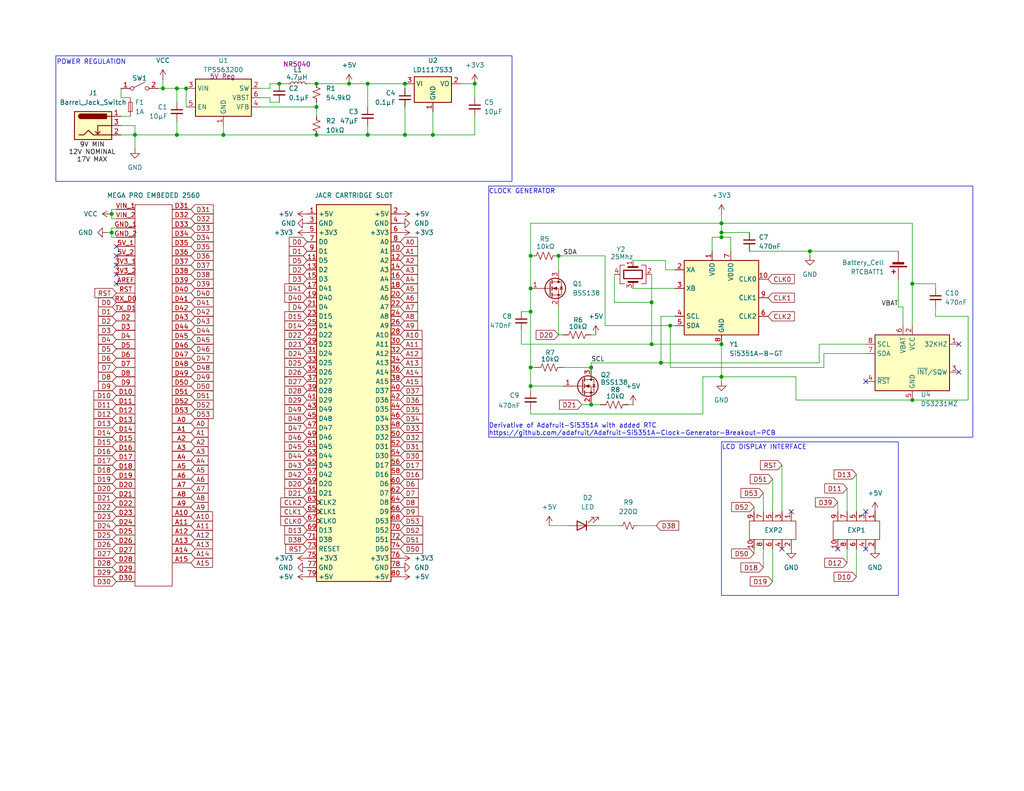
<source format=kicad_sch>
(kicad_sch (version 20250114) (generator "eeschema") (generator_version "9.0")
  (paper "USLetter")
  (title_block (title "Just Another Cartridge Reader") (rev "1") (company "Diplomatic Entertainment, LLC.") (comment 1 "Creative Commons Attribution 4.0 International license (CC BY 4.0)") (comment 2 " -- https://github.com/sanni/cartreader") (comment 3 "This work is a derivative of the Open Source Cartridge Reader"))
  (rectangle (start 133.35 50.8) (end 265.43 119.38))
  (rectangle (start 196.85 120.65) (end 245.11 162.56))
  (rectangle (start 15.24 15.24) (end 139.7 49.53))
  (text "Derivative of Adafruit-Si5351A with added RTC\nhttps://github.com/adafruit/Adafruit-Si5351A-Clock-Generator-Breakout-PCB\n" (at 133.35 117.348 0) (effects (font (size 1.27 1.27)) (justify left)))
  (text "CLOCK GENERATOR\n" (at 133.35 52.324 0) (effects (font (size 1.27 1.27)) (justify left)))
  (text "9V MIN\n12V NOMINAL\n17V MAX" (at 25.146 41.656 0) (effects (font (size 1.27 1.27))))
  (text "LCD DISPLAY INTERFACE" (at 208.534 122.174 0) (effects (font (size 1.27 1.27))))
  (text "POWER REGULATION" (at 24.892 17.018 0) (effects (font (size 1.27 1.27))))
  (junction (at 95.25 22.86))
  (junction (at 50.8 24.13))
  (junction (at 144.78 69.85))
  (junction (at 196.85 60.96))
  (junction (at 182.88 88.9))
  (junction (at 177.8 93.98))
  (junction (at 144.78 85.09))
  (junction (at 48.26 36.83))
  (junction (at 144.78 100.33))
  (junction (at 196.85 64.77))
  (junction (at 196.85 102.87))
  (junction (at 100.33 36.83))
  (junction (at 129.54 22.86))
  (junction (at 48.26 24.13))
  (junction (at 86.36 36.83))
  (junction (at 60.96 36.83))
  (junction (at 86.36 29.21))
  (junction (at 196.85 63.5))
  (junction (at 110.49 36.83))
  (junction (at 161.29 110.49))
  (junction (at 180.34 99.06))
  (junction (at 152.4 69.85))
  (junction (at 86.36 22.86))
  (junction (at 118.11 36.83))
  (junction (at 44.45 24.13))
  (junction (at 196.85 93.98))
  (junction (at 248.92 109.22))
  (junction (at 177.8 82.55))
  (junction (at 36.83 36.83))
  (junction (at 161.29 100.33))
  (junction (at 30.48 63.5))
  (junction (at 100.33 22.86))
  (junction (at 248.92 77.47))
  (junction (at 220.98 68.58))
  (junction (at 110.49 22.86))
  (junction (at 30.48 58.42))
  (junction (at 76.2 22.86))
  (junction (at 144.78 78.74))
  (junction (at 144.78 105.41))
  (no_connect (at 31.75 67.31))
  (no_connect (at 31.75 69.85))
  (no_connect (at 31.75 77.47))
  (no_connect (at 228.6 149.86))
  (no_connect (at 213.36 149.86))
  (no_connect (at 236.22 149.86))
  (no_connect (at 215.9 139.7))
  (no_connect (at 31.75 74.93))
  (no_connect (at 236.22 139.7))
  (no_connect (at 261.62 101.6))
  (no_connect (at 261.62 93.98))
  (no_connect (at 236.22 104.14))
  (no_connect (at 31.75 72.39))
  (wire (pts (xy 144.78 100.33) (xy 144.78 105.41)))
  (wire (pts (xy 158.75 110.49) (xy 161.29 110.49)))
  (wire (pts (xy 196.85 64.77) (xy 199.39 64.77)))
  (wire (pts (xy 30.48 58.42) (xy 30.48 59.69)))
  (wire (pts (xy 86.36 36.83) (xy 60.96 36.83)))
  (wire (pts (xy 196.85 102.87) (xy 217.17 102.87)))
  (wire (pts (xy 100.33 36.83) (xy 110.49 36.83)))
  (wire (pts (xy 71.12 29.21) (xy 86.36 29.21)))
  (wire (pts (xy 171.45 110.49) (xy 172.72 110.49)))
  (wire (pts (xy 196.85 64.77) (xy 194.31 64.77)))
  (wire (pts (xy 224.79 100.33) (xy 224.79 96.52)))
  (wire (pts (xy 196.85 60.96) (xy 196.85 63.5)))
  (wire (pts (xy 36.83 34.29) (xy 36.83 36.83)))
  (wire (pts (xy 50.8 24.13) (xy 50.8 29.21)))
  (wire (pts (xy 161.29 110.49) (xy 163.83 110.49)))
  (wire (pts (xy 177.8 93.98) (xy 196.85 93.98)))
  (wire (pts (xy 213.36 127) (xy 213.36 139.7)))
  (wire (pts (xy 255.27 77.47) (xy 255.27 78.74)))
  (wire (pts (xy 30.48 57.15) (xy 31.75 57.15)))
  (wire (pts (xy 245.11 68.58) (xy 220.98 68.58)))
  (wire (pts (xy 208.28 134.62) (xy 208.28 139.7)))
  (wire (pts (xy 36.83 36.83) (xy 33.02 36.83)))
  (wire (pts (xy 208.28 149.86) (xy 208.28 154.94)))
  (wire (pts (xy 233.68 129.54) (xy 233.68 139.7)))
  (wire (pts (xy 144.78 60.96) (xy 196.85 60.96)))
  (wire (pts (xy 167.64 74.93) (xy 167.64 82.55)))
  (wire (pts (xy 129.54 31.75) (xy 129.54 36.83)))
  (wire (pts (xy 95.25 22.86) (xy 100.33 22.86)))
  (wire (pts (xy 196.85 63.5) (xy 204.47 63.5)))
  (wire (pts (xy 224.79 96.52) (xy 236.22 96.52)))
  (wire (pts (xy 191.77 113.03) (xy 191.77 102.87)))
  (wire (pts (xy 223.52 99.06) (xy 223.52 93.98)))
  (wire (pts (xy 144.78 85.09) (xy 144.78 100.33)))
  (wire (pts (xy 73.66 22.86) (xy 73.66 24.13)))
  (wire (pts (xy 76.2 22.86) (xy 78.74 22.86)))
  (wire (pts (xy 33.02 31.75) (xy 35.56 31.75)))
  (wire (pts (xy 165.1 69.85) (xy 165.1 88.9)))
  (wire (pts (xy 76.2 22.86) (xy 73.66 22.86)))
  (wire (pts (xy 196.85 60.96) (xy 248.92 60.96)))
  (wire (pts (xy 196.85 58.42) (xy 196.85 60.96)))
  (wire (pts (xy 204.47 68.58) (xy 220.98 68.58)))
  (wire (pts (xy 165.1 88.9) (xy 182.88 88.9)))
  (wire (pts (xy 196.85 102.87) (xy 196.85 104.14)))
  (wire (pts (xy 233.68 149.86) (xy 233.68 157.48)))
  (wire (pts (xy 118.11 30.48) (xy 118.11 36.83)))
  (wire (pts (xy 48.26 27.94) (xy 48.26 24.13)))
  (wire (pts (xy 205.74 138.43) (xy 205.74 139.7)))
  (wire (pts (xy 264.16 109.22) (xy 248.92 109.22)))
  (wire (pts (xy 100.33 22.86) (xy 110.49 22.86)))
  (wire (pts (xy 144.78 78.74) (xy 144.78 85.09)))
  (wire (pts (xy 182.88 88.9) (xy 182.88 100.33)))
  (wire (pts (xy 60.96 34.29) (xy 60.96 36.83)))
  (wire (pts (xy 86.36 22.86) (xy 95.25 22.86)))
  (wire (pts (xy 44.45 24.13) (xy 48.26 24.13)))
  (wire (pts (xy 173.99 143.51) (xy 179.07 143.51)))
  (wire (pts (xy 161.29 91.44) (xy 162.56 91.44)))
  (wire (pts (xy 83.82 22.86) (xy 86.36 22.86)))
  (wire (pts (xy 194.31 64.77) (xy 194.31 68.58)))
  (wire (pts (xy 246.38 83.82) (xy 246.38 88.9)))
  (wire (pts (xy 152.4 69.85) (xy 165.1 69.85)))
  (wire (pts (xy 30.48 63.5) (xy 30.48 64.77)))
  (wire (pts (xy 110.49 36.83) (xy 110.49 29.21)))
  (wire (pts (xy 248.92 60.96) (xy 248.92 77.47)))
  (wire (pts (xy 110.49 22.86) (xy 110.49 24.13)))
  (wire (pts (xy 172.72 71.12) (xy 181.61 71.12)))
  (wire (pts (xy 177.8 82.55) (xy 177.8 93.98)))
  (wire (pts (xy 248.92 77.47) (xy 248.92 88.9)))
  (wire (pts (xy 196.85 63.5) (xy 196.85 64.77)))
  (wire (pts (xy 228.6 137.16) (xy 228.6 139.7)))
  (wire (pts (xy 180.34 86.36) (xy 180.34 99.06)))
  (wire (pts (xy 153.67 100.33) (xy 161.29 100.33)))
  (wire (pts (xy 30.48 63.5) (xy 30.48 62.23)))
  (wire (pts (xy 36.83 36.83) (xy 36.83 40.64)))
  (wire (pts (xy 129.54 22.86) (xy 129.54 26.67)))
  (wire (pts (xy 36.83 36.83) (xy 48.26 36.83)))
  (wire (pts (xy 180.34 99.06) (xy 223.52 99.06)))
  (wire (pts (xy 217.17 109.22) (xy 248.92 109.22)))
  (wire (pts (xy 152.4 91.44) (xy 153.67 91.44)))
  (wire (pts (xy 33.02 26.67) (xy 35.56 26.67)))
  (wire (pts (xy 162.56 143.51) (xy 168.91 143.51)))
  (wire (pts (xy 100.33 34.29) (xy 100.33 36.83)))
  (wire (pts (xy 43.18 24.13) (xy 44.45 24.13)))
  (wire (pts (xy 205.74 149.86) (xy 205.74 151.13)))
  (wire (pts (xy 152.4 69.85) (xy 152.4 73.66)))
  (wire (pts (xy 255.27 86.36) (xy 264.16 86.36)))
  (wire (pts (xy 149.86 143.51) (xy 154.94 143.51)))
  (wire (pts (xy 144.78 105.41) (xy 144.78 106.68)))
  (wire (pts (xy 86.36 27.94) (xy 86.36 29.21)))
  (wire (pts (xy 220.98 68.58) (xy 220.98 69.85)))
  (wire (pts (xy 217.17 102.87) (xy 217.17 109.22)))
  (wire (pts (xy 223.52 93.98) (xy 236.22 93.98)))
  (wire (pts (xy 144.78 113.03) (xy 144.78 111.76)))
  (wire (pts (xy 48.26 24.13) (xy 50.8 24.13)))
  (wire (pts (xy 231.14 133.35) (xy 231.14 139.7)))
  (wire (pts (xy 196.85 93.98) (xy 196.85 102.87)))
  (wire (pts (xy 182.88 100.33) (xy 224.79 100.33)))
  (wire (pts (xy 180.34 86.36) (xy 184.15 86.36)))
  (wire (pts (xy 181.61 71.12) (xy 181.61 73.66)))
  (wire (pts (xy 30.48 58.42) (xy 30.48 57.15)))
  (wire (pts (xy 199.39 64.77) (xy 199.39 68.58)))
  (wire (pts (xy 48.26 33.02) (xy 48.26 36.83)))
  (wire (pts (xy 73.66 26.67) (xy 71.12 26.67)))
  (wire (pts (xy 142.24 85.09) (xy 144.78 85.09)))
  (wire (pts (xy 177.8 74.93) (xy 177.8 82.55)))
  (wire (pts (xy 100.33 22.86) (xy 100.33 29.21)))
  (wire (pts (xy 182.88 88.9) (xy 184.15 88.9)))
  (wire (pts (xy 73.66 27.94) (xy 73.66 26.67)))
  (wire (pts (xy 144.78 60.96) (xy 144.78 69.85)))
  (wire (pts (xy 29.21 63.5) (xy 30.48 63.5)))
  (wire (pts (xy 255.27 83.82) (xy 255.27 86.36)))
  (wire (pts (xy 73.66 27.94) (xy 76.2 27.94)))
  (wire (pts (xy 144.78 105.41) (xy 153.67 105.41)))
  (wire (pts (xy 30.48 62.23) (xy 31.75 62.23)))
  (wire (pts (xy 245.11 76.2) (xy 245.11 83.82)))
  (wire (pts (xy 144.78 69.85) (xy 144.78 78.74)))
  (wire (pts (xy 30.48 64.77) (xy 31.75 64.77)))
  (wire (pts (xy 30.48 59.69) (xy 31.75 59.69)))
  (wire (pts (xy 144.78 113.03) (xy 191.77 113.03)))
  (wire (pts (xy 33.02 26.67) (xy 33.02 24.13)))
  (wire (pts (xy 152.4 91.44) (xy 152.4 83.82)))
  (wire (pts (xy 118.11 36.83) (xy 110.49 36.83)))
  (wire (pts (xy 86.36 29.21) (xy 86.36 31.75)))
  (wire (pts (xy 248.92 77.47) (xy 255.27 77.47)))
  (wire (pts (xy 167.64 82.55) (xy 177.8 82.55)))
  (wire (pts (xy 245.11 83.82) (xy 246.38 83.82)))
  (wire (pts (xy 231.14 149.86) (xy 231.14 153.67)))
  (wire (pts (xy 264.16 86.36) (xy 264.16 109.22)))
  (wire (pts (xy 73.66 24.13) (xy 71.12 24.13)))
  (wire (pts (xy 48.26 36.83) (xy 60.96 36.83)))
  (wire (pts (xy 142.24 93.98) (xy 177.8 93.98)))
  (wire (pts (xy 210.82 149.86) (xy 210.82 158.75)))
  (wire (pts (xy 125.73 22.86) (xy 129.54 22.86)))
  (wire (pts (xy 210.82 130.81) (xy 210.82 139.7)))
  (wire (pts (xy 161.29 99.06) (xy 161.29 100.33)))
  (wire (pts (xy 44.45 21.59) (xy 44.45 24.13)))
  (wire (pts (xy 86.36 36.83) (xy 100.33 36.83)))
  (wire (pts (xy 181.61 73.66) (xy 184.15 73.66)))
  (wire (pts (xy 129.54 36.83) (xy 118.11 36.83)))
  (wire (pts (xy 191.77 102.87) (xy 196.85 102.87)))
  (wire (pts (xy 142.24 90.17) (xy 142.24 93.98)))
  (wire (pts (xy 36.83 34.29) (xy 33.02 34.29)))
  (wire (pts (xy 172.72 78.74) (xy 184.15 78.74)))
  (wire (pts (xy 144.78 100.33) (xy 146.05 100.33)))
  (wire (pts (xy 161.29 99.06) (xy 180.34 99.06)))
  (label "VBAT" (at 245.11 83.82 180))
  (label "SCL" (at 161.29 99.06 0))
  (label "SDA" (at 153.67 69.85 0))
  (global_label "D38" (shape input) (at 83.82 147.32 180) (property "Intersheetrefs" "${INTERSHEET_REFS}" (effects (hide yes))))
  (global_label "D30" (shape input) (at 31.75 158.75 180) (property "Intersheetrefs" "${INTERSHEET_REFS}" (effects (hide yes))))
  (global_label "D11" (shape input) (at 31.75 110.49 180) (property "Intersheetrefs" "${INTERSHEET_REFS}" (effects (hide yes))))
  (global_label "D41" (shape input) (at 52.07 82.55 0) (property "Intersheetrefs" "${INTERSHEET_REFS}" (effects (hide yes))))
  (global_label "D25" (shape input) (at 83.82 99.06 180) (property "Intersheetrefs" "${INTERSHEET_REFS}" (effects (hide yes))))
  (global_label "D3" (shape input) (at 31.75 90.17 180) (property "Intersheetrefs" "${INTERSHEET_REFS}" (effects (hide yes))))
  (global_label "RST" (shape input) (at 31.75 80.01 180) (property "Intersheetrefs" "${INTERSHEET_REFS}" (effects (hide yes))))
  (global_label "D44" (shape input) (at 83.82 124.46 180) (property "Intersheetrefs" "${INTERSHEET_REFS}" (effects (hide yes))))
  (global_label "D47" (shape input) (at 52.07 97.79 0) (property "Intersheetrefs" "${INTERSHEET_REFS}" (effects (hide yes))))
  (global_label "D8" (shape input) (at 109.22 137.16 0) (property "Intersheetrefs" "${INTERSHEET_REFS}" (effects (hide yes))))
  (global_label "D49" (shape input) (at 52.07 102.87 0) (property "Intersheetrefs" "${INTERSHEET_REFS}" (effects (hide yes))))
  (global_label "A13" (shape input) (at 109.22 99.06 0) (property "Intersheetrefs" "${INTERSHEET_REFS}" (effects (hide yes))))
  (global_label "A15" (shape input) (at 52.07 153.67 0) (property "Intersheetrefs" "${INTERSHEET_REFS}" (effects (hide yes))))
  (global_label "CLK0" (shape input) (at 209.55 76.2 0) (property "Intersheetrefs" "${INTERSHEET_REFS}" (effects (hide yes))))
  (global_label "D0" (shape input) (at 83.82 66.04 180) (property "Intersheetrefs" "${INTERSHEET_REFS}" (effects (hide yes))))
  (global_label "A10" (shape input) (at 109.22 91.44 0) (property "Intersheetrefs" "${INTERSHEET_REFS}" (effects (hide yes))))
  (global_label "D23" (shape input) (at 31.75 140.97 180) (property "Intersheetrefs" "${INTERSHEET_REFS}" (effects (hide yes))))
  (global_label "D39" (shape input) (at 228.6 137.16 180) (property "Intersheetrefs" "${INTERSHEET_REFS}" (effects (hide yes))))
  (global_label "D20" (shape input) (at 83.82 132.08 180) (property "Intersheetrefs" "${INTERSHEET_REFS}" (effects (hide yes))))
  (global_label "D10" (shape input) (at 233.68 157.48 180) (property "Intersheetrefs" "${INTERSHEET_REFS}" (effects (hide yes))))
  (global_label "A13" (shape input) (at 52.07 148.59 0) (property "Intersheetrefs" "${INTERSHEET_REFS}" (effects (hide yes))))
  (global_label "A4" (shape input) (at 109.22 76.2 0) (property "Intersheetrefs" "${INTERSHEET_REFS}" (effects (hide yes))))
  (global_label "D43" (shape input) (at 83.82 127 180) (property "Intersheetrefs" "${INTERSHEET_REFS}" (effects (hide yes))))
  (global_label "D34" (shape input) (at 109.22 114.3 0) (property "Intersheetrefs" "${INTERSHEET_REFS}" (effects (hide yes))))
  (global_label "A7" (shape input) (at 52.07 133.35 0) (property "Intersheetrefs" "${INTERSHEET_REFS}" (effects (hide yes))))
  (global_label "D36" (shape input) (at 109.22 109.22 0) (property "Intersheetrefs" "${INTERSHEET_REFS}" (effects (hide yes))))
  (global_label "D48" (shape input) (at 83.82 114.3 180) (property "Intersheetrefs" "${INTERSHEET_REFS}" (effects (hide yes))))
  (global_label "D51" (shape input) (at 52.07 107.95 0) (property "Intersheetrefs" "${INTERSHEET_REFS}" (effects (hide yes))))
  (global_label "CLK2" (shape input) (at 83.82 137.16 180) (property "Intersheetrefs" "${INTERSHEET_REFS}" (effects (hide yes))))
  (global_label "D46" (shape input) (at 52.07 95.25 0) (property "Intersheetrefs" "${INTERSHEET_REFS}" (effects (hide yes))))
  (global_label "D1" (shape input) (at 83.82 68.58 180) (property "Intersheetrefs" "${INTERSHEET_REFS}" (effects (hide yes))))
  (global_label "D33" (shape input) (at 109.22 116.84 0) (property "Intersheetrefs" "${INTERSHEET_REFS}" (effects (hide yes))))
  (global_label "A2" (shape input) (at 52.07 120.65 0) (property "Intersheetrefs" "${INTERSHEET_REFS}" (effects (hide yes))))
  (global_label "D41" (shape input) (at 83.82 78.74 180) (property "Intersheetrefs" "${INTERSHEET_REFS}" (effects (hide yes))))
  (global_label "D11" (shape input) (at 231.14 133.35 180) (property "Intersheetrefs" "${INTERSHEET_REFS}" (effects (hide yes))))
  (global_label "D7" (shape input) (at 31.75 100.33 180) (property "Intersheetrefs" "${INTERSHEET_REFS}" (effects (hide yes))))
  (global_label "A4" (shape input) (at 52.07 125.73 0) (property "Intersheetrefs" "${INTERSHEET_REFS}" (effects (hide yes))))
  (global_label "CLK2" (shape input) (at 209.55 86.36 0) (property "Intersheetrefs" "${INTERSHEET_REFS}" (effects (hide yes))))
  (global_label "D34" (shape input) (at 52.07 64.77 0) (property "Intersheetrefs" "${INTERSHEET_REFS}" (effects (hide yes))))
  (global_label "D37" (shape input) (at 109.22 106.68 0) (property "Intersheetrefs" "${INTERSHEET_REFS}" (effects (hide yes))))
  (global_label "D42" (shape input) (at 52.07 85.09 0) (property "Intersheetrefs" "${INTERSHEET_REFS}" (effects (hide yes))))
  (global_label "D31" (shape input) (at 109.22 121.92 0) (property "Intersheetrefs" "${INTERSHEET_REFS}" (effects (hide yes))))
  (global_label "D1" (shape input) (at 31.75 85.09 180) (property "Intersheetrefs" "${INTERSHEET_REFS}" (effects (hide yes))))
  (global_label "A1" (shape input) (at 109.22 68.58 0) (property "Intersheetrefs" "${INTERSHEET_REFS}" (effects (hide yes))))
  (global_label "D42" (shape input) (at 83.82 129.54 180) (property "Intersheetrefs" "${INTERSHEET_REFS}" (effects (hide yes))))
  (global_label "D15" (shape input) (at 83.82 86.36 180) (property "Intersheetrefs" "${INTERSHEET_REFS}" (effects (hide yes))))
  (global_label "D13" (shape input) (at 31.75 115.57 180) (property "Intersheetrefs" "${INTERSHEET_REFS}" (effects (hide yes))))
  (global_label "D17" (shape input) (at 109.22 127 0) (property "Intersheetrefs" "${INTERSHEET_REFS}" (effects (hide yes))))
  (global_label "D18" (shape input) (at 31.75 128.27 180) (property "Intersheetrefs" "${INTERSHEET_REFS}" (effects (hide yes))))
  (global_label "D26" (shape input) (at 31.75 148.59 180) (property "Intersheetrefs" "${INTERSHEET_REFS}" (effects (hide yes))))
  (global_label "D22" (shape input) (at 31.75 138.43 180) (property "Intersheetrefs" "${INTERSHEET_REFS}" (effects (hide yes))))
  (global_label "A9" (shape input) (at 109.22 88.9 0) (property "Intersheetrefs" "${INTERSHEET_REFS}" (effects (hide yes))))
  (global_label "D40" (shape input) (at 52.07 80.01 0) (property "Intersheetrefs" "${INTERSHEET_REFS}" (effects (hide yes))))
  (global_label "D8" (shape input) (at 31.75 102.87 180) (property "Intersheetrefs" "${INTERSHEET_REFS}" (effects (hide yes))))
  (global_label "A9" (shape input) (at 52.07 138.43 0) (property "Intersheetrefs" "${INTERSHEET_REFS}" (effects (hide yes))))
  (global_label "A2" (shape input) (at 109.22 71.12 0) (property "Intersheetrefs" "${INTERSHEET_REFS}" (effects (hide yes))))
  (global_label "A5" (shape input) (at 52.07 128.27 0) (property "Intersheetrefs" "${INTERSHEET_REFS}" (effects (hide yes))))
  (global_label "D52" (shape input) (at 109.22 144.78 0) (property "Intersheetrefs" "${INTERSHEET_REFS}" (effects (hide yes))))
  (global_label "D5" (shape input) (at 31.75 95.25 180) (property "Intersheetrefs" "${INTERSHEET_REFS}" (effects (hide yes))))
  (global_label "D6" (shape input) (at 31.75 97.79 180) (property "Intersheetrefs" "${INTERSHEET_REFS}" (effects (hide yes))))
  (global_label "D14" (shape input) (at 31.75 118.11 180) (property "Intersheetrefs" "${INTERSHEET_REFS}" (effects (hide yes))))
  (global_label "D0" (shape input) (at 31.75 82.55 180) (property "Intersheetrefs" "${INTERSHEET_REFS}" (effects (hide yes))))
  (global_label "D53" (shape input) (at 109.22 142.24 0) (property "Intersheetrefs" "${INTERSHEET_REFS}" (effects (hide yes))))
  (global_label "D25" (shape input) (at 31.75 146.05 180) (property "Intersheetrefs" "${INTERSHEET_REFS}" (effects (hide yes))))
  (global_label "A0" (shape input) (at 52.07 115.57 0) (property "Intersheetrefs" "${INTERSHEET_REFS}" (effects (hide yes))))
  (global_label "A11" (shape input) (at 52.07 143.51 0) (property "Intersheetrefs" "${INTERSHEET_REFS}" (effects (hide yes))))
  (global_label "D45" (shape input) (at 83.82 121.92 180) (property "Intersheetrefs" "${INTERSHEET_REFS}" (effects (hide yes))))
  (global_label "D50" (shape input) (at 52.07 105.41 0) (property "Intersheetrefs" "${INTERSHEET_REFS}" (effects (hide yes))))
  (global_label "RST" (shape input) (at 213.36 127 180) (property "Intersheetrefs" "${INTERSHEET_REFS}" (effects (hide yes))))
  (global_label "D32" (shape input) (at 109.22 119.38 0) (property "Intersheetrefs" "${INTERSHEET_REFS}" (effects (hide yes))))
  (global_label "D12" (shape input) (at 231.14 153.67 180) (property "Intersheetrefs" "${INTERSHEET_REFS}" (effects (hide yes))))
  (global_label "D19" (shape input) (at 210.82 158.75 180) (property "Intersheetrefs" "${INTERSHEET_REFS}" (effects (hide yes))))
  (global_label "D24" (shape input) (at 31.75 143.51 180) (property "Intersheetrefs" "${INTERSHEET_REFS}" (effects (hide yes))))
  (global_label "D35" (shape input) (at 52.07 67.31 0) (property "Intersheetrefs" "${INTERSHEET_REFS}" (effects (hide yes))))
  (global_label "A1" (shape input) (at 52.07 118.11 0) (property "Intersheetrefs" "${INTERSHEET_REFS}" (effects (hide yes))))
  (global_label "D15" (shape input) (at 31.75 120.65 180) (property "Intersheetrefs" "${INTERSHEET_REFS}" (effects (hide yes))))
  (global_label "D46" (shape input) (at 83.82 119.38 180) (property "Intersheetrefs" "${INTERSHEET_REFS}" (effects (hide yes))))
  (global_label "D22" (shape input) (at 83.82 91.44 180) (property "Intersheetrefs" "${INTERSHEET_REFS}" (effects (hide yes))))
  (global_label "D4" (shape input) (at 31.75 92.71 180) (property "Intersheetrefs" "${INTERSHEET_REFS}" (effects (hide yes))))
  (global_label "A10" (shape input) (at 52.07 140.97 0) (property "Intersheetrefs" "${INTERSHEET_REFS}" (effects (hide yes))))
  (global_label "A5" (shape input) (at 109.22 78.74 0) (property "Intersheetrefs" "${INTERSHEET_REFS}" (effects (hide yes))))
  (global_label "D44" (shape input) (at 52.07 90.17 0) (property "Intersheetrefs" "${INTERSHEET_REFS}" (effects (hide yes))))
  (global_label "D17" (shape input) (at 31.75 125.73 180) (property "Intersheetrefs" "${INTERSHEET_REFS}" (effects (hide yes))))
  (global_label "D3" (shape input) (at 83.82 76.2 180) (property "Intersheetrefs" "${INTERSHEET_REFS}" (effects (hide yes))))
  (global_label "A6" (shape input) (at 52.07 130.81 0) (property "Intersheetrefs" "${INTERSHEET_REFS}" (effects (hide yes))))
  (global_label "D16" (shape input) (at 109.22 129.54 0) (property "Intersheetrefs" "${INTERSHEET_REFS}" (effects (hide yes))))
  (global_label "A3" (shape input) (at 109.22 73.66 0) (property "Intersheetrefs" "${INTERSHEET_REFS}" (effects (hide yes))))
  (global_label "D21" (shape input) (at 158.75 110.49 180) (property "Intersheetrefs" "${INTERSHEET_REFS}" (effects (hide yes))))
  (global_label "D28" (shape input) (at 83.82 106.68 180) (property "Intersheetrefs" "${INTERSHEET_REFS}" (effects (hide yes))))
  (global_label "D50" (shape input) (at 109.22 149.86 0) (property "Intersheetrefs" "${INTERSHEET_REFS}" (effects (hide yes))))
  (global_label "D13" (shape input) (at 83.82 144.78 180) (property "Intersheetrefs" "${INTERSHEET_REFS}" (effects (hide yes))))
  (global_label "D14" (shape input) (at 83.82 88.9 180) (property "Intersheetrefs" "${INTERSHEET_REFS}" (effects (hide yes))))
  (global_label "D43" (shape input) (at 52.07 87.63 0) (property "Intersheetrefs" "${INTERSHEET_REFS}" (effects (hide yes))))
  (global_label "D51" (shape input) (at 210.82 130.81 180) (property "Intersheetrefs" "${INTERSHEET_REFS}" (effects (hide yes))))
  (global_label "A11" (shape input) (at 109.22 93.98 0) (property "Intersheetrefs" "${INTERSHEET_REFS}" (effects (hide yes))))
  (global_label "D21" (shape input) (at 83.82 134.62 180) (property "Intersheetrefs" "${INTERSHEET_REFS}" (effects (hide yes))))
  (global_label "D16" (shape input) (at 31.75 123.19 180) (property "Intersheetrefs" "${INTERSHEET_REFS}" (effects (hide yes))))
  (global_label "D52" (shape input) (at 205.74 138.43 180) (property "Intersheetrefs" "${INTERSHEET_REFS}" (effects (hide yes))))
  (global_label "D49" (shape input) (at 83.82 111.76 180) (property "Intersheetrefs" "${INTERSHEET_REFS}" (effects (hide yes))))
  (global_label "CLK1" (shape input) (at 83.82 139.7 180) (property "Intersheetrefs" "${INTERSHEET_REFS}" (effects (hide yes))))
  (global_label "D51" (shape input) (at 109.22 147.32 0) (property "Intersheetrefs" "${INTERSHEET_REFS}" (effects (hide yes))))
  (global_label "A14" (shape input) (at 109.22 101.6 0) (property "Intersheetrefs" "${INTERSHEET_REFS}" (effects (hide yes))))
  (global_label "A3" (shape input) (at 52.07 123.19 0) (property "Intersheetrefs" "${INTERSHEET_REFS}" (effects (hide yes))))
  (global_label "D10" (shape input) (at 31.75 107.95 180) (property "Intersheetrefs" "${INTERSHEET_REFS}" (effects (hide yes))))
  (global_label "D2" (shape input) (at 83.82 73.66 180) (property "Intersheetrefs" "${INTERSHEET_REFS}" (effects (hide yes))))
  (global_label "D9" (shape input) (at 31.75 105.41 180) (property "Intersheetrefs" "${INTERSHEET_REFS}" (effects (hide yes))))
  (global_label "A12" (shape input) (at 109.22 96.52 0) (property "Intersheetrefs" "${INTERSHEET_REFS}" (effects (hide yes))))
  (global_label "D33" (shape input) (at 52.07 62.23 0) (property "Intersheetrefs" "${INTERSHEET_REFS}" (effects (hide yes))))
  (global_label "D27" (shape input) (at 83.82 104.14 180) (property "Intersheetrefs" "${INTERSHEET_REFS}" (effects (hide yes))))
  (global_label "D7" (shape input) (at 109.22 134.62 0) (property "Intersheetrefs" "${INTERSHEET_REFS}" (effects (hide yes))))
  (global_label "A15" (shape input) (at 109.22 104.14 0) (property "Intersheetrefs" "${INTERSHEET_REFS}" (effects (hide yes))))
  (global_label "D26" (shape input) (at 83.82 101.6 180) (property "Intersheetrefs" "${INTERSHEET_REFS}" (effects (hide yes))))
  (global_label "A6" (shape input) (at 109.22 81.28 0) (property "Intersheetrefs" "${INTERSHEET_REFS}" (effects (hide yes))))
  (global_label "A12" (shape input) (at 52.07 146.05 0) (property "Intersheetrefs" "${INTERSHEET_REFS}" (effects (hide yes))))
  (global_label "D23" (shape input) (at 83.82 93.98 180) (property "Intersheetrefs" "${INTERSHEET_REFS}" (effects (hide yes))))
  (global_label "D18" (shape input) (at 208.28 154.94 180) (property "Intersheetrefs" "${INTERSHEET_REFS}" (effects (hide yes))))
  (global_label "D53" (shape input) (at 52.07 113.03 0) (property "Intersheetrefs" "${INTERSHEET_REFS}" (effects (hide yes))))
  (global_label "D28" (shape input) (at 31.75 153.67 180) (property "Intersheetrefs" "${INTERSHEET_REFS}" (effects (hide yes))))
  (global_label "D29" (shape input) (at 83.82 109.22 180) (property "Intersheetrefs" "${INTERSHEET_REFS}" (effects (hide yes))))
  (global_label "A0" (shape input) (at 109.22 66.04 0) (property "Intersheetrefs" "${INTERSHEET_REFS}" (effects (hide yes))))
  (global_label "D47" (shape input) (at 83.82 116.84 180) (property "Intersheetrefs" "${INTERSHEET_REFS}" (effects (hide yes))))
  (global_label "D6" (shape input) (at 109.22 132.08 0) (property "Intersheetrefs" "${INTERSHEET_REFS}" (effects (hide yes))))
  (global_label "D9" (shape input) (at 109.22 139.7 0) (property "Intersheetrefs" "${INTERSHEET_REFS}" (effects (hide yes))))
  (global_label "D31" (shape input) (at 52.07 57.15 0) (property "Intersheetrefs" "${INTERSHEET_REFS}" (effects (hide yes))))
  (global_label "A8" (shape input) (at 109.22 86.36 0) (property "Intersheetrefs" "${INTERSHEET_REFS}" (effects (hide yes))))
  (global_label "D38" (shape input) (at 52.07 74.93 0) (property "Intersheetrefs" "${INTERSHEET_REFS}" (effects (hide yes))))
  (global_label "A7" (shape input) (at 109.22 83.82 0) (property "Intersheetrefs" "${INTERSHEET_REFS}" (effects (hide yes))))
  (global_label "D13" (shape input) (at 233.68 129.54 180) (property "Intersheetrefs" "${INTERSHEET_REFS}" (effects (hide yes))))
  (global_label "D52" (shape input) (at 52.07 110.49 0) (property "Intersheetrefs" "${INTERSHEET_REFS}" (effects (hide yes))))
  (global_label "D12" (shape input) (at 31.75 113.03 180) (property "Intersheetrefs" "${INTERSHEET_REFS}" (effects (hide yes))))
  (global_label "A14" (shape input) (at 52.07 151.13 0) (property "Intersheetrefs" "${INTERSHEET_REFS}" (effects (hide yes))))
  (global_label "D5" (shape input) (at 83.82 71.12 180) (property "Intersheetrefs" "${INTERSHEET_REFS}" (effects (hide yes))))
  (global_label "D39" (shape input) (at 52.07 77.47 0) (property "Intersheetrefs" "${INTERSHEET_REFS}" (effects (hide yes))))
  (global_label "D36" (shape input) (at 52.07 69.85 0) (property "Intersheetrefs" "${INTERSHEET_REFS}" (effects (hide yes))))
  (global_label "D4" (shape input) (at 83.82 83.82 180) (property "Intersheetrefs" "${INTERSHEET_REFS}" (effects (hide yes))))
  (global_label "D24" (shape input) (at 83.82 96.52 180) (property "Intersheetrefs" "${INTERSHEET_REFS}" (effects (hide yes))))
  (global_label "RST" (shape input) (at 83.82 149.86 180) (property "Intersheetrefs" "${INTERSHEET_REFS}" (effects (hide yes))))
  (global_label "D45" (shape input) (at 52.07 92.71 0) (property "Intersheetrefs" "${INTERSHEET_REFS}" (effects (hide yes))))
  (global_label "D40" (shape input) (at 83.82 81.28 180) (property "Intersheetrefs" "${INTERSHEET_REFS}" (effects (hide yes))))
  (global_label "D29" (shape input) (at 31.75 156.21 180) (property "Intersheetrefs" "${INTERSHEET_REFS}" (effects (hide yes))))
  (global_label "D35" (shape input) (at 109.22 111.76 0) (property "Intersheetrefs" "${INTERSHEET_REFS}" (effects (hide yes))))
  (global_label "D48" (shape input) (at 52.07 100.33 0) (property "Intersheetrefs" "${INTERSHEET_REFS}" (effects (hide yes))))
  (global_label "A8" (shape input) (at 52.07 135.89 0) (property "Intersheetrefs" "${INTERSHEET_REFS}" (effects (hide yes))))
  (global_label "D27" (shape input) (at 31.75 151.13 180) (property "Intersheetrefs" "${INTERSHEET_REFS}" (effects (hide yes))))
  (global_label "D19" (shape input) (at 31.75 130.81 180) (property "Intersheetrefs" "${INTERSHEET_REFS}" (effects (hide yes))))
  (global_label "D50" (shape input) (at 205.74 151.13 180) (property "Intersheetrefs" "${INTERSHEET_REFS}" (effects (hide yes))))
  (global_label "CLK0" (shape input) (at 83.82 142.24 180) (property "Intersheetrefs" "${INTERSHEET_REFS}" (effects (hide yes))))
  (global_label "D2" (shape input) (at 31.75 87.63 180) (property "Intersheetrefs" "${INTERSHEET_REFS}" (effects (hide yes))))
  (global_label "D38" (shape input) (at 179.07 143.51 0) (property "Intersheetrefs" "${INTERSHEET_REFS}" (effects (hide yes))))
  (global_label "D30" (shape input) (at 109.22 124.46 0) (property "Intersheetrefs" "${INTERSHEET_REFS}" (effects (hide yes))))
  (global_label "D37" (shape input) (at 52.07 72.39 0) (property "Intersheetrefs" "${INTERSHEET_REFS}" (effects (hide yes))))
  (global_label "D21" (shape input) (at 31.75 135.89 180) (property "Intersheetrefs" "${INTERSHEET_REFS}" (effects (hide yes))))
  (global_label "D32" (shape input) (at 52.07 59.69 0) (property "Intersheetrefs" "${INTERSHEET_REFS}" (effects (hide yes))))
  (global_label "D53" (shape input) (at 208.28 134.62 180) (property "Intersheetrefs" "${INTERSHEET_REFS}" (effects (hide yes))))
  (global_label "D20" (shape input) (at 31.75 133.35 180) (property "Intersheetrefs" "${INTERSHEET_REFS}" (effects (hide yes))))
  (global_label "CLK1" (shape input) (at 209.55 81.28 0) (property "Intersheetrefs" "${INTERSHEET_REFS}" (effects (hide yes))))
  (global_label "D20" (shape input) (at 152.4 91.44 180) (property "Intersheetrefs" "${INTERSHEET_REFS}" (effects (hide yes))))
  (symbol (lib_id "Gemeric:CONN_HEADER_VERT_10POS_2.54MM") (at 241.3 144.78 270) (unit 1)
    (property "Reference" "J3" (effects (hide yes)))
    (property "Value" "EXP1" (at 233.68 144.78 90))
    (property "Footprint" "Connector_IDC:IDC-Header_2x05_P2.54mm_Vertical" (effects (hide yes)))
  )
  (symbol (lib_id "Device:R_US") (at 167.64 110.49 90) (unit 1)
    (property "Reference" "R8" (at 167.894 106.426 90))
    (property "Value" "10kΩ" (at 167.894 108.204 90))
    (property "Footprint" "Resistor_SMD:R_0603_1608Metric_Pad0.98x0.95mm_HandSolder" (effects (hide yes)))
    (property "Description" "Resistor, US symbol" (effects (hide yes)))
  )
  (symbol (lib_id "power:GND") (at 109.22 60.96 90) (unit 1)
    (property "Reference" "#PWR022" (effects (hide yes)))
    (property "Value" "GND" (at 113.03 60.9599 90) (effects (justify right)))
    (property "Description" "Power symbol creates a global label with name \"GND\" , ground" (effects (hide yes)))
  )
  (symbol (lib_id "power:VCC") (at 30.48 58.42 90) (unit 1)
    (property "Reference" "#PWR05" (effects (hide yes)))
    (property "Value" "VCC" (at 26.67 58.4199 90) (effects (justify left)))
    (property "Description" "Power symbol creates a global label with name \"VCC\"" (effects (hide yes)))
  )
  (symbol (lib_id "Device:C_Small") (at 110.49 26.67 0) (mirror y) (unit 1)
    (property "Reference" "C4" (at 107.95 25.4062 0) (effects (justify left)))
    (property "Value" "0.1µF" (at 107.95 27.9462 0) (effects (justify left)))
    (property "Footprint" "Capacitor_SMD:C_0603_1608Metric_Pad1.08x0.95mm_HandSolder" (effects (hide yes)))
    (property "Description" "Unpolarized capacitor, small symbol" (effects (hide yes)))
  )
  (symbol (lib_id "power:+3V3") (at 109.22 63.5 270) (unit 1)
    (property "Reference" "#PWR014" (effects (hide yes)))
    (property "Value" "+3V3" (at 113.03 63.4999 90) (effects (justify left)))
    (property "Description" "Power symbol creates a global label with name \"+3V3\"" (effects (hide yes)))
  )
  (symbol (lib_id "power:VCC") (at 44.45 21.59 0) (unit 1)
    (property "Reference" "#PWR028" (effects (hide yes)))
    (property "Value" "VCC" (at 44.45 16.51 0))
    (property "Description" "Power symbol creates a global label with name \"VCC\"" (effects (hide yes)))
  )
  (symbol (lib_id "Device:R_US") (at 157.48 91.44 90) (unit 1)
    (property "Reference" "R6" (at 157.734 87.376 90))
    (property "Value" "10kΩ" (at 157.734 89.154 90))
    (property "Footprint" "Resistor_SMD:R_0603_1608Metric_Pad0.98x0.95mm_HandSolder" (effects (hide yes)))
    (property "Description" "Resistor, US symbol" (effects (hide yes)))
  )
  (symbol (lib_id "power:GND") (at 36.83 40.64 0) (unit 1)
    (property "Reference" "#PWR02" (effects (hide yes)))
    (property "Value" "GND" (at 36.83 45.72 0))
    (property "Description" "Power symbol creates a global label with name \"GND\" , ground" (effects (hide yes)))
  )
  (symbol (lib_id "power:+3V3") (at 196.85 58.42 0) (unit 1)
    (property "Reference" "#PWR06" (effects (hide yes)))
    (property "Value" "+3V3" (at 196.85 53.34 0))
    (property "Description" "Power symbol creates a global label with name \"+3V3\"" (effects (hide yes)))
  )
  (symbol (lib_id "power:+3V3") (at 83.82 63.5 90) (unit 1)
    (property "Reference" "#PWR013" (effects (hide yes)))
    (property "Value" "+3V3" (at 80.01 63.4999 90) (effects (justify left)))
    (property "Description" "Power symbol creates a global label with name \"+3V3\"" (effects (hide yes)))
  )
  (symbol (lib_id "power:+5V") (at 109.22 58.42 270) (unit 1)
    (property "Reference" "#PWR016" (effects (hide yes)))
    (property "Value" "+5V" (at 113.03 58.4199 90) (effects (justify left)))
    (property "Description" "Power symbol creates a global label with name \"+5V\"" (effects (hide yes)))
  )
  (symbol (lib_id "Device:C_Small") (at 144.78 109.22 0) (mirror y) (unit 1)
    (property "Reference" "C9" (at 141.732 107.95 0) (effects (justify left)))
    (property "Value" "470nF" (at 141.986 110.744 0) (effects (justify left)))
    (property "Footprint" "Capacitor_SMD:C_0603_1608Metric_Pad1.08x0.95mm_HandSolder" (effects (hide yes)))
    (property "Description" "Unpolarized capacitor, small symbol" (effects (hide yes)))
  )
  (symbol (lib_id "power:GND") (at 196.85 104.14 0) (unit 1)
    (property "Reference" "#PWR010" (effects (hide yes)))
    (property "Value" "GND" (at 196.85 109.22 0))
    (property "Description" "Power symbol creates a global label with name \"GND\" , ground" (effects (hide yes)))
  )
  (symbol (lib_id "Device:R_Small_US") (at 171.45 143.51 90) (unit 1)
    (property "Reference" "R9" (at 171.45 137.16 90))
    (property "Value" "220Ω" (at 171.45 139.7 90))
    (property "Footprint" "Resistor_SMD:R_0603_1608Metric_Pad0.98x0.95mm_HandSolder" (effects (hide yes)))
    (property "Description" "Resistor, small US symbol" (effects (hide yes)))
  )
  (symbol (lib_id "Device:C_Small") (at 255.27 81.28 0) (unit 1)
    (property "Reference" "C10" (at 257.81 80.0162 0) (effects (justify left)))
    (property "Value" "470nF" (at 257.81 82.5562 0) (effects (justify left)))
    (property "Footprint" "Capacitor_SMD:C_0603_1608Metric_Pad1.08x0.95mm_HandSolder" (effects (hide yes)))
    (property "Description" "Unpolarized capacitor, small symbol" (effects (hide yes)))
  )
  (symbol (lib_id "power:GND") (at 109.22 154.94 90) (mirror x) (unit 1)
    (property "Reference" "#PWR023" (effects (hide yes)))
    (property "Value" "GND" (at 113.03 154.9399 90) (effects (justify right)))
    (property "Description" "Power symbol creates a global label with name \"GND\" , ground" (effects (hide yes)))
  )
  (symbol (lib_id "power:+3V3") (at 109.22 152.4 270) (unit 1)
    (property "Reference" "#PWR018" (effects (hide yes)))
    (property "Value" "+3V3" (at 113.03 152.3999 90) (effects (justify left)))
    (property "Description" "Power symbol creates a global label with name \"+3V3\"" (effects (hide yes)))
  )
  (symbol (lib_id "power:GND") (at 238.76 149.86 0) (unit 1)
    (property "Reference" "#PWR026" (effects (hide yes)))
    (property "Value" "GND" (at 238.76 154.94 0))
    (property "Description" "Power symbol creates a global label with name \"GND\" , ground" (effects (hide yes)))
  )
  (symbol (lib_id "power:+5V") (at 83.82 157.48 90) (mirror x) (unit 1)
    (property "Reference" "#PWR017" (effects (hide yes)))
    (property "Value" "+5V" (at 80.01 157.4799 90) (effects (justify left)))
    (property "Description" "Power symbol creates a global label with name \"+5V\"" (effects (hide yes)))
  )
  (symbol (lib_id "power:GND") (at 83.82 154.94 270) (unit 1)
    (property "Reference" "#PWR020" (effects (hide yes)))
    (property "Value" "GND" (at 80.01 154.9399 90) (effects (justify right)))
    (property "Description" "Power symbol creates a global label with name \"GND\" , ground" (effects (hide yes)))
  )
  (symbol (lib_id "Switch:SW_SPST") (at 38.1 24.13 0) (unit 1) (in_bom no)
    (property "Reference" "SW1" (at 38.1 21.336 0))
    (property "Value" "SW_SPST" (effects (hide yes)))
    (property "Footprint" "Connector_Molex:Molex_SPOX_5267-02A_1x02_P2.50mm_Vertical" (effects (hide yes)))
    (property "Description" "Single Pole Single Throw (SPST) switch" (effects (hide yes)))
  )
  (symbol (lib_id "Regulator_Switching:TPS563200") (at 60.96 26.67 0) (unit 1)
    (property "Reference" "U1" (at 60.96 16.51 0))
    (property "Value" "TPS563200" (at 60.96 19.05 0))
    (property "Footprint" "Package_TO_SOT_SMD:SOT-23-6" (effects (hide yes)))
    (property "Datasheet" "http://www.ti.com/lit/ds/symlink/tps563200.pdf" (effects (hide yes)))
    (property "Description" "3A Synchronous Step-Down Voltage Regulator, Adjustable Output Voltage, 4.5-17V Input Voltage, SOT-23-6" (effects (hide yes)))
    (property "Field5" "5V Reg" (at 60.706 20.828 0))
  )
  (symbol (lib_id "Oscillator:Si5351A-B-GT") (at 196.85 81.28 0) (unit 1)
    (property "Reference" "Y1" (at 198.9933 93.98 0) (effects (justify left)))
    (property "Value" "Si5351A-B-GT" (at 198.9933 96.52 0) (effects (justify left)))
    (property "Footprint" "Package_SO:MSOP-10_3x3mm_P0.5mm" (effects (hide yes)))
    (property "Datasheet" "https://www.silabs.com/documents/public/data-sheets/Si5351-B.pdf" (effects (hide yes)))
    (property "Description" "I2C Programmable Any-Frequency CMOS Clock Generator, MSOP-8" (effects (hide yes)))
  )
  (symbol (lib_id "Device:L_Small") (at 81.28 22.86 90) (unit 1)
    (property "Reference" "L1" (at 81.28 19.05 90))
    (property "Value" "4.7µH" (at 81.026 21.082 90))
    (property "Footprint" "Inductor_SMD:L_APV_ANR5040" (effects (hide yes)))
    (property "Description" "Inductor, small symbol" (effects (hide yes)))
    (property "Part" "NR5040" (at 81.026 17.526 90))
  )
  (symbol (lib_id "power:+5V") (at 172.72 110.49 0) (unit 1)
    (property "Reference" "#PWR09" (effects (hide yes)))
    (property "Value" "+5V" (at 172.72 105.41 0))
    (property "Description" "Power symbol creates a global label with name \"+5V\"" (effects (hide yes)))
  )
  (symbol (lib_id "Device:C_Small") (at 142.24 87.63 0) (mirror y) (unit 1)
    (property "Reference" "C8" (at 139.7 86.3662 0) (effects (justify left)))
    (property "Value" "470nF" (at 139.7 88.9062 0) (effects (justify left)))
    (property "Footprint" "Capacitor_SMD:C_0603_1608Metric_Pad1.08x0.95mm_HandSolder" (effects (hide yes)))
    (property "Description" "Unpolarized capacitor, small symbol" (effects (hide yes)))
  )
  (symbol (lib_id "power:+3V3") (at 129.54 22.86 0) (unit 1)
    (property "Reference" "#PWR04" (effects (hide yes)))
    (property "Value" "+3V3" (at 129.54 17.78 0))
    (property "Description" "Power symbol creates a global label with name \"+3V3\"" (effects (hide yes)))
  )
  (symbol (lib_id "power:GND") (at 29.21 63.5 270) (unit 1)
    (property "Reference" "#PWR012" (effects (hide yes)))
    (property "Value" "GND" (at 25.4 63.4999 90) (effects (justify right)))
    (property "Description" "Power symbol creates a global label with name \"GND\" , ground" (effects (hide yes)))
  )
  (symbol (lib_id "Transistor_FET:BSS138") (at 158.75 105.41 0) (unit 1)
    (property "Reference" "Q2" (at 163.83 102.362 0) (effects (justify left)))
    (property "Value" "BSS138" (at 163.83 104.394 0) (effects (justify left)))
    (property "Footprint" "Package_TO_SOT_SMD:SOT-23" (effects (hide yes)))
    (property "Datasheet" "https://www.onsemi.com/pub/Collateral/BSS138-D.PDF" (effects (hide yes)))
    (property "Description" "50V Vds, 0.22A Id, N-Channel MOSFET, SOT-23" (effects (hide yes)))
  )
  (symbol (lib_id "power:+3V3") (at 83.82 152.4 90) (unit 1)
    (property "Reference" "#PWR019" (effects (hide yes)))
    (property "Value" "+3V3" (at 80.01 152.3999 90) (effects (justify left)))
    (property "Description" "Power symbol creates a global label with name \"+3V3\"" (effects (hide yes)))
  )
  (symbol (lib_id "power:+5V") (at 149.86 143.51 0) (unit 1)
    (property "Reference" "#PWR011" (effects (hide yes)))
    (property "Value" "+5V" (at 149.86 138.43 0))
    (property "Description" "Power symbol creates a global label with name \"+5V\"" (effects (hide yes)))
  )
  (symbol (lib_id "power:+5V") (at 238.76 139.7 0) (unit 1)
    (property "Reference" "#PWR025" (effects (hide yes)))
    (property "Value" "+5V" (at 238.76 134.62 0))
    (property "Description" "Power symbol creates a global label with name \"+5V\"" (effects (hide yes)))
  )
  (symbol (lib_id "Device:R_US") (at 149.86 100.33 90) (unit 1)
    (property "Reference" "R7" (at 150.114 96.266 90))
    (property "Value" "10kΩ" (at 150.114 98.044 90))
    (property "Footprint" "Resistor_SMD:R_0603_1608Metric_Pad0.98x0.95mm_HandSolder" (effects (hide yes)))
    (property "Description" "Resistor, US symbol" (effects (hide yes)))
  )
  (symbol (lib_id "Regulator_Linear:LD1117S33TR_SOT223") (at 118.11 22.86 0) (unit 1)
    (property "Reference" "U2" (at 118.11 16.51 0))
    (property "Value" "LD1117S33" (at 118.11 19.05 0))
    (property "Footprint" "Package_TO_SOT_SMD:SOT-223-3_TabPin2" (effects (hide yes)))
    (property "Datasheet" "https://www.st.com/content/ccc/resource/technical/document/datasheet/99/3b/7d/91/91/51/4b/be/CD00000544.pdf/files/CD00000544.pdf/jcr:content/translations/en.CD00000544.pdf" (effects (hide yes)))
    (property "Description" "800mA Fixed Low Drop Positive Voltage Regulator, Fixed Output 3.3V, SOT-223" (effects (hide yes)))
  )
  (symbol (lib_id "Gemeric:CONN_HEADER_VERT_10POS_2.54MM") (at 218.44 144.78 270) (unit 1)
    (property "Reference" "J4" (effects (hide yes)))
    (property "Value" "EXP2" (at 211.074 144.78 90))
    (property "Footprint" "Connector_IDC:IDC-Header_2x05_P2.54mm_Vertical" (effects (hide yes)))
  )
  (symbol (lib_id "Transistor_FET:BSS138") (at 149.86 78.74 0) (unit 1)
    (property "Reference" "Q1" (at 156.21 77.4699 0) (effects (justify left)))
    (property "Value" "BSS138" (at 156.21 80.0099 0) (effects (justify left)))
    (property "Footprint" "Package_TO_SOT_SMD:SOT-23" (effects (hide yes)))
    (property "Datasheet" "https://www.onsemi.com/pub/Collateral/BSS138-D.PDF" (effects (hide yes)))
    (property "Description" "50V Vds, 0.22A Id, N-Channel MOSFET, SOT-23" (effects (hide yes)))
  )
  (symbol (lib_id "Microcontrollers:MEGA_PRO_EMBEDED_2560") (at 41.91 53.34 0) (unit 1) (in_bom no)
    (property "Reference" "U5" (effects (hide yes)))
    (property "Value" "MEGA PRO EMBEDED 2560" (at 41.89 53.34 0))
    (property "Footprint" "DiplomaticEntertainment:MODULE_MEGA_PRO_EMBED_CH340G___ATMEGA2560_SMD" (effects (hide yes)))
  )
  (symbol (lib_id "Device:C_Small") (at 48.26 30.48 0) (mirror y) (unit 1)
    (property "Reference" "C1" (at 45.72 29.2162 0) (effects (justify left)))
    (property "Value" "10µF" (at 45.72 31.7562 0) (effects (justify left)))
    (property "Footprint" "Capacitor_SMD:C_0603_1608Metric_Pad1.08x0.95mm_HandSolder" (effects (hide yes)))
    (property "Description" "Unpolarized capacitor, small symbol" (effects (hide yes)))
  )
  (symbol (lib_id "power:GND") (at 215.9 149.86 0) (unit 1)
    (property "Reference" "#PWR027" (effects (hide yes)))
    (property "Value" "GND" (at 215.9 154.94 0))
    (property "Description" "Power symbol creates a global label with name \"GND\" , ground" (effects (hide yes)))
  )
  (symbol (lib_id "power:GND") (at 83.82 60.96 270) (mirror x) (unit 1)
    (property "Reference" "#PWR021" (effects (hide yes)))
    (property "Value" "GND" (at 78.74 60.96 90))
    (property "Description" "Power symbol creates a global label with name \"GND\" , ground" (effects (hide yes)))
  )
  (symbol (lib_id "Device:Crystal_GND24") (at 172.72 74.93 270) (unit 1)
    (property "Reference" "Y2" (at 169.418 68.072 90))
    (property "Value" "25Mhz" (at 169.672 70.104 90))
    (property "Footprint" "Crystal:Crystal_SMD_3225-4Pin_3.2x2.5mm" (effects (hide yes)))
    (property "Description" "Four pin crystal, GND on pins 2 and 4" (effects (hide yes)))
  )
  (symbol (lib_id "Device:R_US") (at 148.59 69.85 90) (unit 1)
    (property "Reference" "R5" (at 148.59 65.278 90))
    (property "Value" "10kΩ" (at 148.844 67.31 90))
    (property "Footprint" "Resistor_SMD:R_0603_1608Metric_Pad0.98x0.95mm_HandSolder" (effects (hide yes)))
    (property "Description" "Resistor, US symbol" (effects (hide yes)))
  )
  (symbol (lib_id "Device:LED") (at 158.75 143.51 180) (unit 1)
    (property "Reference" "D2" (at 160.3375 135.89 0))
    (property "Value" "LED" (at 160.3375 138.43 0))
    (property "Footprint" "LED_THT:LED_D3.0mm_Clear" (effects (hide yes)))
    (property "Description" "Light emitting diode" (effects (hide yes)))
    (property "Sim.Pins" "1=K 2=A" (effects (hide yes)))
  )
  (symbol (lib_id "Device:C_Small") (at 100.33 31.75 0) (mirror y) (unit 1)
    (property "Reference" "C3" (at 97.79 30.4862 0) (effects (justify left)))
    (property "Value" "47µF" (at 97.79 33.0262 0) (effects (justify left)))
    (property "Footprint" "Capacitor_SMD:C_0603_1608Metric_Pad1.08x0.95mm_HandSolder" (effects (hide yes)))
    (property "Description" "Unpolarized capacitor, small symbol" (effects (hide yes)))
  )
  (symbol (lib_id "Timer_RTC:DS3231MZ") (at 248.92 99.06 0) (unit 1)
    (property "Reference" "U4" (at 251.206 107.696 0) (effects (justify left)))
    (property "Value" "DS3231MZ" (at 251.206 110.236 0) (effects (justify left)))
    (property "Footprint" "Package_SO:SOIC-8_3.9x4.9mm_P1.27mm" (effects (hide yes)))
    (property "Datasheet" "http://datasheets.maximintegrated.com/en/ds/DS3231M.pdf" (effects (hide yes)))
    (property "Description" "±5ppm, I2C Real-Time Clock SOIC-8" (effects (hide yes)))
  )
  (symbol (lib_id "DiplomaticEntertainment:JACR Cartridge Interface") (at 96.52 105.41 0) (unit 1) (in_bom no)
    (property "Reference" "J2" (effects (hide yes)))
    (property "Value" "JACR CARTRIDGE SLOT" (at 96.52 53.34 0))
    (property "Footprint" "Connector_PinHeader_1.27mm:PinHeader_2x40_P1.27mm_Vertical_SMD" (effects (hide yes)))
    (property "Description" "Connector 5V 3.3V 12V Bidrectional JACR" (effects (hide yes)))
  )
  (symbol (lib_id "power:+5V") (at 109.22 157.48 270) (unit 1)
    (property "Reference" "#PWR024" (effects (hide yes)))
    (property "Value" "+5V" (at 113.03 157.4799 90) (effects (justify left)))
    (property "Description" "Power symbol creates a global label with name \"+5V\"" (effects (hide yes)))
  )
  (symbol (lib_id "Connector:Barrel_Jack_Switch") (at 25.4 34.29 0) (unit 1)
    (property "Reference" "J1" (at 25.4 25.4 0))
    (property "Value" "Barrel_Jack_Switch" (at 25.4 27.94 0))
    (property "Footprint" "Connector_BarrelJack:BarrelJack_Horizontal" (effects (hide yes)))
    (property "Description" "DC Barrel Jack with an internal switch" (effects (hide yes)))
  )
  (symbol (lib_id "Device:C_Small") (at 129.54 29.21 0) (unit 1)
    (property "Reference" "C5" (at 132.08 27.9462 0) (effects (justify left)))
    (property "Value" "10µF" (at 132.08 30.4862 0) (effects (justify left)))
    (property "Footprint" "Capacitor_SMD:C_0603_1608Metric_Pad1.08x0.95mm_HandSolder" (effects (hide yes)))
    (property "Description" "Unpolarized capacitor, small symbol" (effects (hide yes)))
  )
  (symbol (lib_id "power:+5V") (at 95.25 22.86 0) (unit 1)
    (property "Reference" "#PWR03" (effects (hide yes)))
    (property "Value" "+5V" (at 95.25 17.78 0))
    (property "Description" "Power symbol creates a global label with name \"+5V\"" (effects (hide yes)))
  )
  (symbol (lib_id "Device:Battery_Cell") (at 245.11 71.12 180) (unit 1)
    (property "Reference" "RTCBATT1" (at 241.3 74.2316 0) (effects (justify left)))
    (property "Value" "Battery_Cell" (at 241.3 71.6916 0) (effects (justify left)))
    (property "Footprint" "Battery:BatteryHolder_Keystone_3000_1x12mm" (effects (hide yes)))
    (property "Description" "Single-cell battery" (effects (hide yes)))
  )
  (symbol (lib_id "Device:R_Small_US") (at 86.36 34.29 0) (unit 1)
    (property "Reference" "R2" (at 88.9 33.0199 0) (effects (justify left)))
    (property "Value" "10kΩ" (at 88.9 35.5599 0) (effects (justify left)))
    (property "Footprint" "Resistor_SMD:R_0603_1608Metric_Pad0.98x0.95mm_HandSolder" (effects (hide yes)))
    (property "Description" "Resistor, small US symbol" (effects (hide yes)))
  )
  (symbol (lib_id "Device:C_Small") (at 204.47 66.04 0) (unit 1)
    (property "Reference" "C7" (at 207.01 64.7762 0) (effects (justify left)))
    (property "Value" "470nF" (at 207.01 67.3162 0) (effects (justify left)))
    (property "Footprint" "Capacitor_SMD:C_0603_1608Metric_Pad1.08x0.95mm_HandSolder" (effects (hide yes)))
    (property "Description" "Unpolarized capacitor, small symbol" (effects (hide yes)))
  )
  (symbol (lib_id "power:+5V") (at 83.82 58.42 90) (unit 1)
    (property "Reference" "#PWR015" (effects (hide yes)))
    (property "Value" "+5V" (at 80.01 58.4199 90) (effects (justify left)))
    (property "Description" "Power symbol creates a global label with name \"+5V\"" (effects (hide yes)))
  )
  (symbol (lib_id "power:GND") (at 220.98 69.85 0) (unit 1)
    (property "Reference" "#PWR07" (effects (hide yes)))
    (property "Value" "GND" (at 220.98 74.93 0))
    (property "Description" "Power symbol creates a global label with name \"GND\" , ground" (effects (hide yes)))
  )
  (symbol (lib_id "Device:R_Small_US") (at 86.36 25.4 0) (unit 1)
    (property "Reference" "R1" (at 88.9 24.1299 0) (effects (justify left)))
    (property "Value" "54.9kΩ" (at 88.9 26.6699 0) (effects (justify left)))
    (property "Footprint" "Resistor_SMD:R_0603_1608Metric_Pad0.98x0.95mm_HandSolder" (effects (hide yes)))
    (property "Description" "Resistor, small US symbol" (effects (hide yes)))
  )
  (symbol (lib_id "power:+5V") (at 162.56 91.44 0) (unit 1)
    (property "Reference" "#PWR08" (effects (hide yes)))
    (property "Value" "+5V" (at 162.56 86.36 0))
    (property "Description" "Power symbol creates a global label with name \"+5V\"" (effects (hide yes)))
  )
  (symbol (lib_id "Device:Fuse_Small") (at 35.56 29.21 90) (unit 1)
    (property "Reference" "F1" (at 36.83 27.9399 90) (effects (justify right)))
    (property "Value" "1A" (at 36.83 30.4799 90) (effects (justify right)))
    (property "Footprint" "Fuse:Fuse_1206_3216Metric" (effects (hide yes)))
    (property "Description" "Fuse, small symbol" (effects (hide yes)))
  )
  (symbol (lib_id "Device:C_Small") (at 76.2 25.4 0) (unit 1)
    (property "Reference" "C2" (at 78.74 24.1362 0) (effects (justify left)))
    (property "Value" "0.1µF" (at 78.74 26.6762 0) (effects (justify left)))
    (property "Footprint" "Capacitor_SMD:C_0603_1608Metric_Pad1.08x0.95mm_HandSolder" (effects (hide yes)))
    (property "Description" "Unpolarized capacitor, small symbol" (effects (hide yes)))
  )
)
</source>
